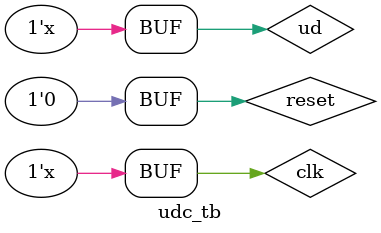
<source format=v>
`timescale 1ns / 1ps


module udc_tb;
reg ud, clk, reset;
wire[6:0] segment;
wire[3:0] out;
wire digit;
    
udc u_udc(
.ud(ud), .reset(reset), .out(out), .clk(clk), .segment(segment), .digit(digit) );

initial begin
ud = 1;
clk = 0;
reset = 1;
#20 reset <= 1'b0;
 #40 reset <= 1'b1;
 #60 reset <= 1'b0;
end
always clk = #10 ~clk;
always begin
ud = #10 ~ud;
ud = #90 ~ud;
ud = #170 ~ud;
ud = #250 ~ud;
end

endmodule
</source>
